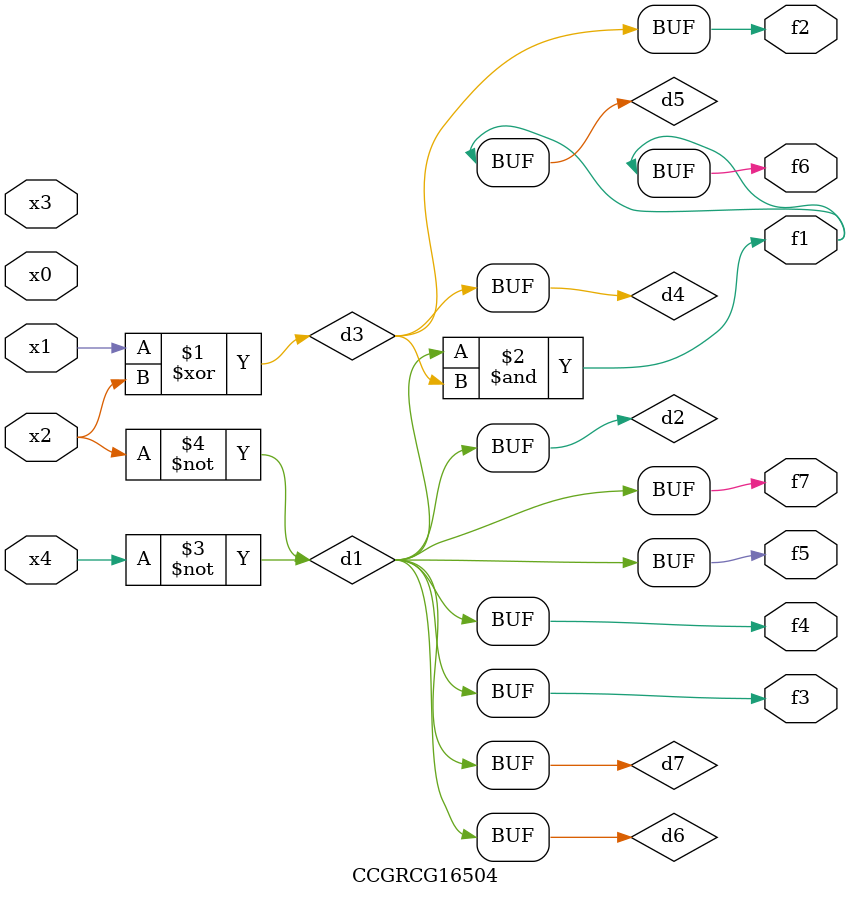
<source format=v>
module CCGRCG16504(
	input x0, x1, x2, x3, x4,
	output f1, f2, f3, f4, f5, f6, f7
);

	wire d1, d2, d3, d4, d5, d6, d7;

	not (d1, x4);
	not (d2, x2);
	xor (d3, x1, x2);
	buf (d4, d3);
	and (d5, d1, d3);
	buf (d6, d1, d2);
	buf (d7, d2);
	assign f1 = d5;
	assign f2 = d4;
	assign f3 = d7;
	assign f4 = d7;
	assign f5 = d7;
	assign f6 = d5;
	assign f7 = d7;
endmodule

</source>
